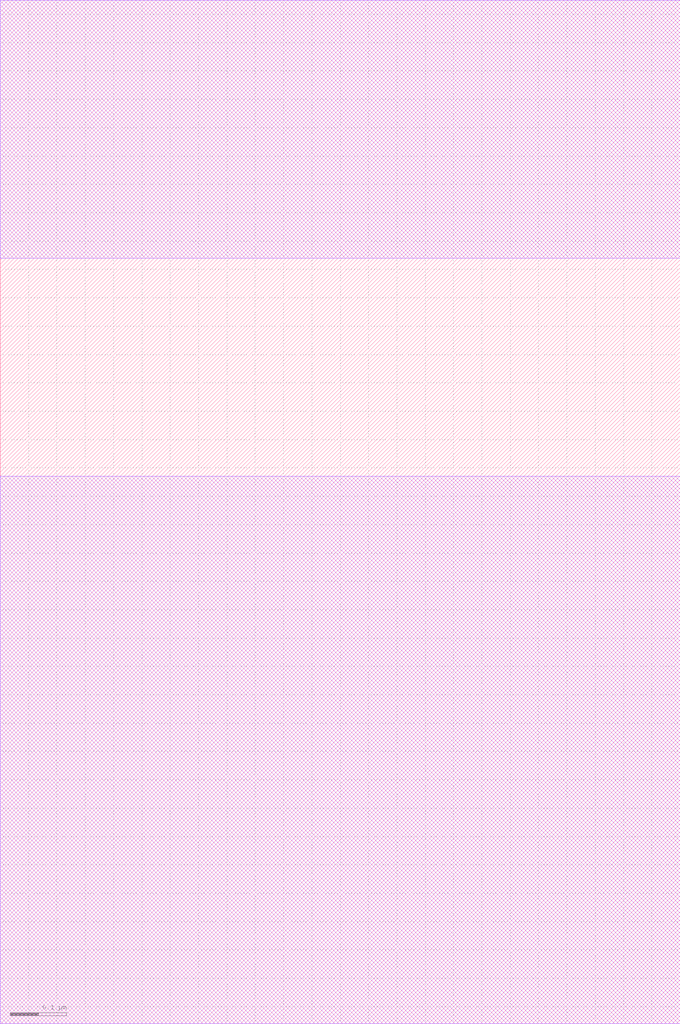
<source format=lef>
# Copyright 2020 The SkyWater PDK Authors
#
# Licensed under the Apache License, Version 2.0 (the "License");
# you may not use this file except in compliance with the License.
# You may obtain a copy of the License at
#
#     https://www.apache.org/licenses/LICENSE-2.0
#
# Unless required by applicable law or agreed to in writing, software
# distributed under the License is distributed on an "AS IS" BASIS,
# WITHOUT WARRANTIES OR CONDITIONS OF ANY KIND, either express or implied.
# See the License for the specific language governing permissions and
# limitations under the License.
#
# SPDX-License-Identifier: Apache-2.0

VERSION 5.7 ;
  NOWIREEXTENSIONATPIN ON ;
  DIVIDERCHAR "/" ;
  BUSBITCHARS "[]" ;
MACRO sky130_fd_bd_sram__sram_dp_colend_half_met23_opta
  CLASS BLOCK ;
  FOREIGN sky130_fd_bd_sram__sram_dp_colend_half_met23_opta ;
  ORIGIN  0.000000 -0.120000 ;
  SIZE  1.200000 BY  1.805000 ;
  OBS
    LAYER met2 ;
      RECT 0.000000 0.120000 1.200000 1.085000 ;
      RECT 0.000000 1.470000 1.200000 1.925000 ;
  END
END sky130_fd_bd_sram__sram_dp_colend_half_met23_opta
END LIBRARY

</source>
